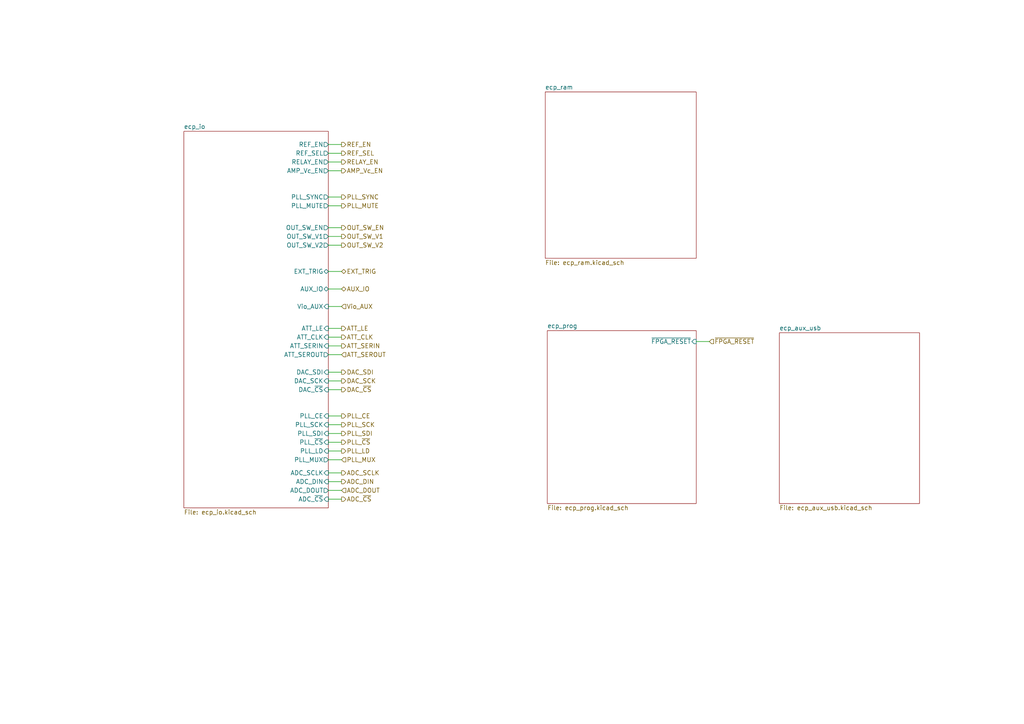
<source format=kicad_sch>
(kicad_sch (version 20210621) (generator eeschema)
  (paper "A4")
  (lib_symbols)
  (wire (pts (xy 95.25 41.91) (xy 99.06 41.91)))
  (wire (pts (xy 95.25 44.45) (xy 99.06 44.45)))
  (wire (pts (xy 95.25 46.99) (xy 99.06 46.99)))
  (wire (pts (xy 95.25 49.53) (xy 99.06 49.53)))
  (wire (pts (xy 95.25 57.15) (xy 99.06 57.15)))
  (wire (pts (xy 95.25 59.69) (xy 99.06 59.69)))
  (wire (pts (xy 95.25 66.04) (xy 99.06 66.04)))
  (wire (pts (xy 95.25 68.58) (xy 99.06 68.58)))
  (wire (pts (xy 95.25 71.12) (xy 99.06 71.12)))
  (wire (pts (xy 95.25 78.74) (xy 99.06 78.74)))
  (wire (pts (xy 95.25 83.82) (xy 99.06 83.82)))
  (wire (pts (xy 95.25 88.9) (xy 99.06 88.9)))
  (wire (pts (xy 95.25 95.25) (xy 99.06 95.25)))
  (wire (pts (xy 95.25 97.79) (xy 99.06 97.79)))
  (wire (pts (xy 95.25 100.33) (xy 99.06 100.33)))
  (wire (pts (xy 95.25 102.87) (xy 99.06 102.87)))
  (wire (pts (xy 95.25 107.95) (xy 99.06 107.95)))
  (wire (pts (xy 95.25 110.49) (xy 99.06 110.49)))
  (wire (pts (xy 95.25 113.03) (xy 99.06 113.03)))
  (wire (pts (xy 95.25 120.65) (xy 99.06 120.65)))
  (wire (pts (xy 95.25 123.19) (xy 99.06 123.19)))
  (wire (pts (xy 95.25 125.73) (xy 99.06 125.73)))
  (wire (pts (xy 95.25 128.27) (xy 99.06 128.27)))
  (wire (pts (xy 95.25 130.81) (xy 99.06 130.81)))
  (wire (pts (xy 95.25 133.35) (xy 99.06 133.35)))
  (wire (pts (xy 95.25 137.16) (xy 99.06 137.16)))
  (wire (pts (xy 95.25 139.7) (xy 99.06 139.7)))
  (wire (pts (xy 95.25 142.24) (xy 99.06 142.24)))
  (wire (pts (xy 95.25 144.78) (xy 99.06 144.78)))
  (wire (pts (xy 201.93 99.06) (xy 205.74 99.06)))
  (hierarchical_label "REF_EN" (shape output) (at 99.06 41.91 0))
  (hierarchical_label "REF_SEL" (shape output) (at 99.06 44.45 0))
  (hierarchical_label "RELAY_EN" (shape output) (at 99.06 46.99 0))
  (hierarchical_label "AMP_Vc_EN" (shape output) (at 99.06 49.53 0))
  (hierarchical_label "PLL_SYNC" (shape output) (at 99.06 57.15 0))
  (hierarchical_label "PLL_MUTE" (shape output) (at 99.06 59.69 0))
  (hierarchical_label "OUT_SW_EN" (shape output) (at 99.06 66.04 0))
  (hierarchical_label "OUT_SW_V1" (shape output) (at 99.06 68.58 0))
  (hierarchical_label "OUT_SW_V2" (shape output) (at 99.06 71.12 0))
  (hierarchical_label "EXT_TRIG" (shape bidirectional) (at 99.06 78.74 0))
  (hierarchical_label "AUX_IO" (shape bidirectional) (at 99.06 83.82 0))
  (hierarchical_label "Vio_AUX" (shape input) (at 99.06 88.9 0))
  (hierarchical_label "ATT_LE" (shape output) (at 99.06 95.25 0))
  (hierarchical_label "ATT_CLK" (shape output) (at 99.06 97.79 0))
  (hierarchical_label "ATT_SERIN" (shape output) (at 99.06 100.33 0))
  (hierarchical_label "ATT_SEROUT" (shape input) (at 99.06 102.87 0))
  (hierarchical_label "DAC_SDI" (shape output) (at 99.06 107.95 0))
  (hierarchical_label "DAC_SCK" (shape output) (at 99.06 110.49 0))
  (hierarchical_label "DAC_~{CS}" (shape output) (at 99.06 113.03 0))
  (hierarchical_label "PLL_CE" (shape output) (at 99.06 120.65 0))
  (hierarchical_label "PLL_SCK" (shape output) (at 99.06 123.19 0))
  (hierarchical_label "PLL_SDI" (shape output) (at 99.06 125.73 0))
  (hierarchical_label "PLL_~{CS}" (shape output) (at 99.06 128.27 0))
  (hierarchical_label "PLL_LD" (shape output) (at 99.06 130.81 0))
  (hierarchical_label "PLL_MUX" (shape input) (at 99.06 133.35 0))
  (hierarchical_label "ADC_SCLK" (shape output) (at 99.06 137.16 0))
  (hierarchical_label "ADC_DIN" (shape output) (at 99.06 139.7 0))
  (hierarchical_label "ADC_DOUT" (shape input) (at 99.06 142.24 0))
  (hierarchical_label "ADC_~{CS}" (shape output) (at 99.06 144.78 0))
  (hierarchical_label "~{FPGA_RESET}" (shape input) (at 205.74 99.06 0))
  (sheet (at 226.06 96.52) (size 40.64 49.53) (stroke (width 0.0006))
    (property "Sheet name" "ecp_aux_usb" (at 226.06 95.8843 0) (effects (justify left bottom)))
    (property "Sheet file" "ecp_aux_usb.kicad_sch" (at 226.06 146.5587 0) (effects (justify left top)))
  )
  (sheet (at 53.34 38.1) (size 41.91 109.22) (stroke (width 0.0006))
    (property "Sheet name" "ecp_io" (at 53.34 37.4643 0) (effects (justify left bottom)))
    (property "Sheet file" "ecp_io.kicad_sch" (at 53.34 147.8287 0) (effects (justify left top)))
    (pin "REF_SEL" output (at 95.25 44.45 0))
    (pin "AMP_Vc_EN" output (at 95.25 49.53 0))
    (pin "PLL_MUTE" output (at 95.25 59.69 0))
    (pin "PLL_SYNC" output (at 95.25 57.15 0))
    (pin "RELAY_EN" output (at 95.25 46.99 0))
    (pin "REF_EN" output (at 95.25 41.91 0))
    (pin "AUX_IO" bidirectional (at 95.25 83.82 0))
    (pin "EXT_TRIG" bidirectional (at 95.25 78.74 0))
    (pin "Vio_AUX" input (at 95.25 88.9 0))
    (pin "PLL_MUX" output (at 95.25 133.35 0))
    (pin "PLL_LD" input (at 95.25 130.81 0))
    (pin "PLL_SDI" input (at 95.25 125.73 0))
    (pin "PLL_~{CS}" input (at 95.25 128.27 0))
    (pin "ATT_SEROUT" output (at 95.25 102.87 0))
    (pin "ATT_LE" input (at 95.25 95.25 0))
    (pin "ATT_CLK" input (at 95.25 97.79 0))
    (pin "ATT_SERIN" input (at 95.25 100.33 0))
    (pin "DAC_~{CS}" input (at 95.25 113.03 0))
    (pin "PLL_SCK" input (at 95.25 123.19 0))
    (pin "PLL_CE" input (at 95.25 120.65 0))
    (pin "ADC_~{CS}" input (at 95.25 144.78 0))
    (pin "DAC_SCK" input (at 95.25 110.49 0))
    (pin "DAC_SDI" input (at 95.25 107.95 0))
    (pin "ADC_DOUT" output (at 95.25 142.24 0))
    (pin "ADC_DIN" input (at 95.25 139.7 0))
    (pin "ADC_SCLK" input (at 95.25 137.16 0))
    (pin "OUT_SW_EN" output (at 95.25 66.04 0))
    (pin "OUT_SW_V1" output (at 95.25 68.58 0))
    (pin "OUT_SW_V2" output (at 95.25 71.12 0))
  )
  (sheet (at 158.75 95.885) (size 43.18 50.165) (stroke (width 0.0006))
    (property "Sheet name" "ecp_prog" (at 158.75 95.2493 0) (effects (justify left bottom)))
    (property "Sheet file" "ecp_prog.kicad_sch" (at 158.75 146.5587 0) (effects (justify left top)))
    (pin "~{FPGA_RESET}" input (at 201.93 99.06 0))
  )
  (sheet (at 158.115 26.67) (size 43.815 48.26) (stroke (width 0.0006))
    (property "Sheet name" "ecp_ram" (at 158.115 26.0343 0) (effects (justify left bottom)))
    (property "Sheet file" "ecp_ram.kicad_sch" (at 158.115 75.4387 0) (effects (justify left top)))
  )
)
</source>
